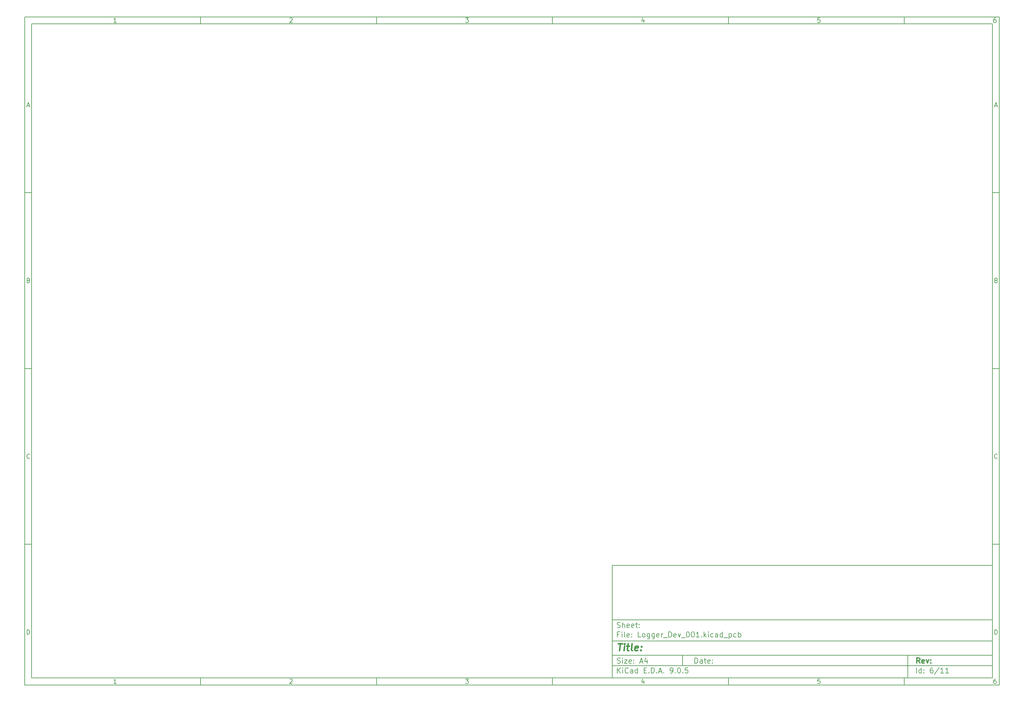
<source format=gbr>
%TF.GenerationSoftware,KiCad,Pcbnew,9.0.5*%
%TF.CreationDate,2025-12-06T02:43:12+13:00*%
%TF.ProjectId,Logger_Dev_001,4c6f6767-6572-45f4-9465-765f3030312e,rev?*%
%TF.SameCoordinates,Original*%
%TF.FileFunction,Paste,Bot*%
%TF.FilePolarity,Positive*%
%FSLAX46Y46*%
G04 Gerber Fmt 4.6, Leading zero omitted, Abs format (unit mm)*
G04 Created by KiCad (PCBNEW 9.0.5) date 2025-12-06 02:43:12*
%MOMM*%
%LPD*%
G01*
G04 APERTURE LIST*
%ADD10C,0.100000*%
%ADD11C,0.150000*%
%ADD12C,0.300000*%
%ADD13C,0.400000*%
G04 APERTURE END LIST*
D10*
D11*
X177002200Y-166007200D02*
X285002200Y-166007200D01*
X285002200Y-198007200D01*
X177002200Y-198007200D01*
X177002200Y-166007200D01*
D10*
D11*
X10000000Y-10000000D02*
X287002200Y-10000000D01*
X287002200Y-200007200D01*
X10000000Y-200007200D01*
X10000000Y-10000000D01*
D10*
D11*
X12000000Y-12000000D02*
X285002200Y-12000000D01*
X285002200Y-198007200D01*
X12000000Y-198007200D01*
X12000000Y-12000000D01*
D10*
D11*
X60000000Y-12000000D02*
X60000000Y-10000000D01*
D10*
D11*
X110000000Y-12000000D02*
X110000000Y-10000000D01*
D10*
D11*
X160000000Y-12000000D02*
X160000000Y-10000000D01*
D10*
D11*
X210000000Y-12000000D02*
X210000000Y-10000000D01*
D10*
D11*
X260000000Y-12000000D02*
X260000000Y-10000000D01*
D10*
D11*
X36089160Y-11593604D02*
X35346303Y-11593604D01*
X35717731Y-11593604D02*
X35717731Y-10293604D01*
X35717731Y-10293604D02*
X35593922Y-10479319D01*
X35593922Y-10479319D02*
X35470112Y-10603128D01*
X35470112Y-10603128D02*
X35346303Y-10665033D01*
D10*
D11*
X85346303Y-10417414D02*
X85408207Y-10355509D01*
X85408207Y-10355509D02*
X85532017Y-10293604D01*
X85532017Y-10293604D02*
X85841541Y-10293604D01*
X85841541Y-10293604D02*
X85965350Y-10355509D01*
X85965350Y-10355509D02*
X86027255Y-10417414D01*
X86027255Y-10417414D02*
X86089160Y-10541223D01*
X86089160Y-10541223D02*
X86089160Y-10665033D01*
X86089160Y-10665033D02*
X86027255Y-10850747D01*
X86027255Y-10850747D02*
X85284398Y-11593604D01*
X85284398Y-11593604D02*
X86089160Y-11593604D01*
D10*
D11*
X135284398Y-10293604D02*
X136089160Y-10293604D01*
X136089160Y-10293604D02*
X135655826Y-10788842D01*
X135655826Y-10788842D02*
X135841541Y-10788842D01*
X135841541Y-10788842D02*
X135965350Y-10850747D01*
X135965350Y-10850747D02*
X136027255Y-10912652D01*
X136027255Y-10912652D02*
X136089160Y-11036461D01*
X136089160Y-11036461D02*
X136089160Y-11345985D01*
X136089160Y-11345985D02*
X136027255Y-11469795D01*
X136027255Y-11469795D02*
X135965350Y-11531700D01*
X135965350Y-11531700D02*
X135841541Y-11593604D01*
X135841541Y-11593604D02*
X135470112Y-11593604D01*
X135470112Y-11593604D02*
X135346303Y-11531700D01*
X135346303Y-11531700D02*
X135284398Y-11469795D01*
D10*
D11*
X185965350Y-10726938D02*
X185965350Y-11593604D01*
X185655826Y-10231700D02*
X185346303Y-11160271D01*
X185346303Y-11160271D02*
X186151064Y-11160271D01*
D10*
D11*
X236027255Y-10293604D02*
X235408207Y-10293604D01*
X235408207Y-10293604D02*
X235346303Y-10912652D01*
X235346303Y-10912652D02*
X235408207Y-10850747D01*
X235408207Y-10850747D02*
X235532017Y-10788842D01*
X235532017Y-10788842D02*
X235841541Y-10788842D01*
X235841541Y-10788842D02*
X235965350Y-10850747D01*
X235965350Y-10850747D02*
X236027255Y-10912652D01*
X236027255Y-10912652D02*
X236089160Y-11036461D01*
X236089160Y-11036461D02*
X236089160Y-11345985D01*
X236089160Y-11345985D02*
X236027255Y-11469795D01*
X236027255Y-11469795D02*
X235965350Y-11531700D01*
X235965350Y-11531700D02*
X235841541Y-11593604D01*
X235841541Y-11593604D02*
X235532017Y-11593604D01*
X235532017Y-11593604D02*
X235408207Y-11531700D01*
X235408207Y-11531700D02*
X235346303Y-11469795D01*
D10*
D11*
X285965350Y-10293604D02*
X285717731Y-10293604D01*
X285717731Y-10293604D02*
X285593922Y-10355509D01*
X285593922Y-10355509D02*
X285532017Y-10417414D01*
X285532017Y-10417414D02*
X285408207Y-10603128D01*
X285408207Y-10603128D02*
X285346303Y-10850747D01*
X285346303Y-10850747D02*
X285346303Y-11345985D01*
X285346303Y-11345985D02*
X285408207Y-11469795D01*
X285408207Y-11469795D02*
X285470112Y-11531700D01*
X285470112Y-11531700D02*
X285593922Y-11593604D01*
X285593922Y-11593604D02*
X285841541Y-11593604D01*
X285841541Y-11593604D02*
X285965350Y-11531700D01*
X285965350Y-11531700D02*
X286027255Y-11469795D01*
X286027255Y-11469795D02*
X286089160Y-11345985D01*
X286089160Y-11345985D02*
X286089160Y-11036461D01*
X286089160Y-11036461D02*
X286027255Y-10912652D01*
X286027255Y-10912652D02*
X285965350Y-10850747D01*
X285965350Y-10850747D02*
X285841541Y-10788842D01*
X285841541Y-10788842D02*
X285593922Y-10788842D01*
X285593922Y-10788842D02*
X285470112Y-10850747D01*
X285470112Y-10850747D02*
X285408207Y-10912652D01*
X285408207Y-10912652D02*
X285346303Y-11036461D01*
D10*
D11*
X60000000Y-198007200D02*
X60000000Y-200007200D01*
D10*
D11*
X110000000Y-198007200D02*
X110000000Y-200007200D01*
D10*
D11*
X160000000Y-198007200D02*
X160000000Y-200007200D01*
D10*
D11*
X210000000Y-198007200D02*
X210000000Y-200007200D01*
D10*
D11*
X260000000Y-198007200D02*
X260000000Y-200007200D01*
D10*
D11*
X36089160Y-199600804D02*
X35346303Y-199600804D01*
X35717731Y-199600804D02*
X35717731Y-198300804D01*
X35717731Y-198300804D02*
X35593922Y-198486519D01*
X35593922Y-198486519D02*
X35470112Y-198610328D01*
X35470112Y-198610328D02*
X35346303Y-198672233D01*
D10*
D11*
X85346303Y-198424614D02*
X85408207Y-198362709D01*
X85408207Y-198362709D02*
X85532017Y-198300804D01*
X85532017Y-198300804D02*
X85841541Y-198300804D01*
X85841541Y-198300804D02*
X85965350Y-198362709D01*
X85965350Y-198362709D02*
X86027255Y-198424614D01*
X86027255Y-198424614D02*
X86089160Y-198548423D01*
X86089160Y-198548423D02*
X86089160Y-198672233D01*
X86089160Y-198672233D02*
X86027255Y-198857947D01*
X86027255Y-198857947D02*
X85284398Y-199600804D01*
X85284398Y-199600804D02*
X86089160Y-199600804D01*
D10*
D11*
X135284398Y-198300804D02*
X136089160Y-198300804D01*
X136089160Y-198300804D02*
X135655826Y-198796042D01*
X135655826Y-198796042D02*
X135841541Y-198796042D01*
X135841541Y-198796042D02*
X135965350Y-198857947D01*
X135965350Y-198857947D02*
X136027255Y-198919852D01*
X136027255Y-198919852D02*
X136089160Y-199043661D01*
X136089160Y-199043661D02*
X136089160Y-199353185D01*
X136089160Y-199353185D02*
X136027255Y-199476995D01*
X136027255Y-199476995D02*
X135965350Y-199538900D01*
X135965350Y-199538900D02*
X135841541Y-199600804D01*
X135841541Y-199600804D02*
X135470112Y-199600804D01*
X135470112Y-199600804D02*
X135346303Y-199538900D01*
X135346303Y-199538900D02*
X135284398Y-199476995D01*
D10*
D11*
X185965350Y-198734138D02*
X185965350Y-199600804D01*
X185655826Y-198238900D02*
X185346303Y-199167471D01*
X185346303Y-199167471D02*
X186151064Y-199167471D01*
D10*
D11*
X236027255Y-198300804D02*
X235408207Y-198300804D01*
X235408207Y-198300804D02*
X235346303Y-198919852D01*
X235346303Y-198919852D02*
X235408207Y-198857947D01*
X235408207Y-198857947D02*
X235532017Y-198796042D01*
X235532017Y-198796042D02*
X235841541Y-198796042D01*
X235841541Y-198796042D02*
X235965350Y-198857947D01*
X235965350Y-198857947D02*
X236027255Y-198919852D01*
X236027255Y-198919852D02*
X236089160Y-199043661D01*
X236089160Y-199043661D02*
X236089160Y-199353185D01*
X236089160Y-199353185D02*
X236027255Y-199476995D01*
X236027255Y-199476995D02*
X235965350Y-199538900D01*
X235965350Y-199538900D02*
X235841541Y-199600804D01*
X235841541Y-199600804D02*
X235532017Y-199600804D01*
X235532017Y-199600804D02*
X235408207Y-199538900D01*
X235408207Y-199538900D02*
X235346303Y-199476995D01*
D10*
D11*
X285965350Y-198300804D02*
X285717731Y-198300804D01*
X285717731Y-198300804D02*
X285593922Y-198362709D01*
X285593922Y-198362709D02*
X285532017Y-198424614D01*
X285532017Y-198424614D02*
X285408207Y-198610328D01*
X285408207Y-198610328D02*
X285346303Y-198857947D01*
X285346303Y-198857947D02*
X285346303Y-199353185D01*
X285346303Y-199353185D02*
X285408207Y-199476995D01*
X285408207Y-199476995D02*
X285470112Y-199538900D01*
X285470112Y-199538900D02*
X285593922Y-199600804D01*
X285593922Y-199600804D02*
X285841541Y-199600804D01*
X285841541Y-199600804D02*
X285965350Y-199538900D01*
X285965350Y-199538900D02*
X286027255Y-199476995D01*
X286027255Y-199476995D02*
X286089160Y-199353185D01*
X286089160Y-199353185D02*
X286089160Y-199043661D01*
X286089160Y-199043661D02*
X286027255Y-198919852D01*
X286027255Y-198919852D02*
X285965350Y-198857947D01*
X285965350Y-198857947D02*
X285841541Y-198796042D01*
X285841541Y-198796042D02*
X285593922Y-198796042D01*
X285593922Y-198796042D02*
X285470112Y-198857947D01*
X285470112Y-198857947D02*
X285408207Y-198919852D01*
X285408207Y-198919852D02*
X285346303Y-199043661D01*
D10*
D11*
X10000000Y-60000000D02*
X12000000Y-60000000D01*
D10*
D11*
X10000000Y-110000000D02*
X12000000Y-110000000D01*
D10*
D11*
X10000000Y-160000000D02*
X12000000Y-160000000D01*
D10*
D11*
X10690476Y-35222176D02*
X11309523Y-35222176D01*
X10566666Y-35593604D02*
X10999999Y-34293604D01*
X10999999Y-34293604D02*
X11433333Y-35593604D01*
D10*
D11*
X11092857Y-84912652D02*
X11278571Y-84974557D01*
X11278571Y-84974557D02*
X11340476Y-85036461D01*
X11340476Y-85036461D02*
X11402380Y-85160271D01*
X11402380Y-85160271D02*
X11402380Y-85345985D01*
X11402380Y-85345985D02*
X11340476Y-85469795D01*
X11340476Y-85469795D02*
X11278571Y-85531700D01*
X11278571Y-85531700D02*
X11154761Y-85593604D01*
X11154761Y-85593604D02*
X10659523Y-85593604D01*
X10659523Y-85593604D02*
X10659523Y-84293604D01*
X10659523Y-84293604D02*
X11092857Y-84293604D01*
X11092857Y-84293604D02*
X11216666Y-84355509D01*
X11216666Y-84355509D02*
X11278571Y-84417414D01*
X11278571Y-84417414D02*
X11340476Y-84541223D01*
X11340476Y-84541223D02*
X11340476Y-84665033D01*
X11340476Y-84665033D02*
X11278571Y-84788842D01*
X11278571Y-84788842D02*
X11216666Y-84850747D01*
X11216666Y-84850747D02*
X11092857Y-84912652D01*
X11092857Y-84912652D02*
X10659523Y-84912652D01*
D10*
D11*
X11402380Y-135469795D02*
X11340476Y-135531700D01*
X11340476Y-135531700D02*
X11154761Y-135593604D01*
X11154761Y-135593604D02*
X11030952Y-135593604D01*
X11030952Y-135593604D02*
X10845238Y-135531700D01*
X10845238Y-135531700D02*
X10721428Y-135407890D01*
X10721428Y-135407890D02*
X10659523Y-135284080D01*
X10659523Y-135284080D02*
X10597619Y-135036461D01*
X10597619Y-135036461D02*
X10597619Y-134850747D01*
X10597619Y-134850747D02*
X10659523Y-134603128D01*
X10659523Y-134603128D02*
X10721428Y-134479319D01*
X10721428Y-134479319D02*
X10845238Y-134355509D01*
X10845238Y-134355509D02*
X11030952Y-134293604D01*
X11030952Y-134293604D02*
X11154761Y-134293604D01*
X11154761Y-134293604D02*
X11340476Y-134355509D01*
X11340476Y-134355509D02*
X11402380Y-134417414D01*
D10*
D11*
X10659523Y-185593604D02*
X10659523Y-184293604D01*
X10659523Y-184293604D02*
X10969047Y-184293604D01*
X10969047Y-184293604D02*
X11154761Y-184355509D01*
X11154761Y-184355509D02*
X11278571Y-184479319D01*
X11278571Y-184479319D02*
X11340476Y-184603128D01*
X11340476Y-184603128D02*
X11402380Y-184850747D01*
X11402380Y-184850747D02*
X11402380Y-185036461D01*
X11402380Y-185036461D02*
X11340476Y-185284080D01*
X11340476Y-185284080D02*
X11278571Y-185407890D01*
X11278571Y-185407890D02*
X11154761Y-185531700D01*
X11154761Y-185531700D02*
X10969047Y-185593604D01*
X10969047Y-185593604D02*
X10659523Y-185593604D01*
D10*
D11*
X287002200Y-60000000D02*
X285002200Y-60000000D01*
D10*
D11*
X287002200Y-110000000D02*
X285002200Y-110000000D01*
D10*
D11*
X287002200Y-160000000D02*
X285002200Y-160000000D01*
D10*
D11*
X285692676Y-35222176D02*
X286311723Y-35222176D01*
X285568866Y-35593604D02*
X286002199Y-34293604D01*
X286002199Y-34293604D02*
X286435533Y-35593604D01*
D10*
D11*
X286095057Y-84912652D02*
X286280771Y-84974557D01*
X286280771Y-84974557D02*
X286342676Y-85036461D01*
X286342676Y-85036461D02*
X286404580Y-85160271D01*
X286404580Y-85160271D02*
X286404580Y-85345985D01*
X286404580Y-85345985D02*
X286342676Y-85469795D01*
X286342676Y-85469795D02*
X286280771Y-85531700D01*
X286280771Y-85531700D02*
X286156961Y-85593604D01*
X286156961Y-85593604D02*
X285661723Y-85593604D01*
X285661723Y-85593604D02*
X285661723Y-84293604D01*
X285661723Y-84293604D02*
X286095057Y-84293604D01*
X286095057Y-84293604D02*
X286218866Y-84355509D01*
X286218866Y-84355509D02*
X286280771Y-84417414D01*
X286280771Y-84417414D02*
X286342676Y-84541223D01*
X286342676Y-84541223D02*
X286342676Y-84665033D01*
X286342676Y-84665033D02*
X286280771Y-84788842D01*
X286280771Y-84788842D02*
X286218866Y-84850747D01*
X286218866Y-84850747D02*
X286095057Y-84912652D01*
X286095057Y-84912652D02*
X285661723Y-84912652D01*
D10*
D11*
X286404580Y-135469795D02*
X286342676Y-135531700D01*
X286342676Y-135531700D02*
X286156961Y-135593604D01*
X286156961Y-135593604D02*
X286033152Y-135593604D01*
X286033152Y-135593604D02*
X285847438Y-135531700D01*
X285847438Y-135531700D02*
X285723628Y-135407890D01*
X285723628Y-135407890D02*
X285661723Y-135284080D01*
X285661723Y-135284080D02*
X285599819Y-135036461D01*
X285599819Y-135036461D02*
X285599819Y-134850747D01*
X285599819Y-134850747D02*
X285661723Y-134603128D01*
X285661723Y-134603128D02*
X285723628Y-134479319D01*
X285723628Y-134479319D02*
X285847438Y-134355509D01*
X285847438Y-134355509D02*
X286033152Y-134293604D01*
X286033152Y-134293604D02*
X286156961Y-134293604D01*
X286156961Y-134293604D02*
X286342676Y-134355509D01*
X286342676Y-134355509D02*
X286404580Y-134417414D01*
D10*
D11*
X285661723Y-185593604D02*
X285661723Y-184293604D01*
X285661723Y-184293604D02*
X285971247Y-184293604D01*
X285971247Y-184293604D02*
X286156961Y-184355509D01*
X286156961Y-184355509D02*
X286280771Y-184479319D01*
X286280771Y-184479319D02*
X286342676Y-184603128D01*
X286342676Y-184603128D02*
X286404580Y-184850747D01*
X286404580Y-184850747D02*
X286404580Y-185036461D01*
X286404580Y-185036461D02*
X286342676Y-185284080D01*
X286342676Y-185284080D02*
X286280771Y-185407890D01*
X286280771Y-185407890D02*
X286156961Y-185531700D01*
X286156961Y-185531700D02*
X285971247Y-185593604D01*
X285971247Y-185593604D02*
X285661723Y-185593604D01*
D10*
D11*
X200458026Y-193793328D02*
X200458026Y-192293328D01*
X200458026Y-192293328D02*
X200815169Y-192293328D01*
X200815169Y-192293328D02*
X201029455Y-192364757D01*
X201029455Y-192364757D02*
X201172312Y-192507614D01*
X201172312Y-192507614D02*
X201243741Y-192650471D01*
X201243741Y-192650471D02*
X201315169Y-192936185D01*
X201315169Y-192936185D02*
X201315169Y-193150471D01*
X201315169Y-193150471D02*
X201243741Y-193436185D01*
X201243741Y-193436185D02*
X201172312Y-193579042D01*
X201172312Y-193579042D02*
X201029455Y-193721900D01*
X201029455Y-193721900D02*
X200815169Y-193793328D01*
X200815169Y-193793328D02*
X200458026Y-193793328D01*
X202600884Y-193793328D02*
X202600884Y-193007614D01*
X202600884Y-193007614D02*
X202529455Y-192864757D01*
X202529455Y-192864757D02*
X202386598Y-192793328D01*
X202386598Y-192793328D02*
X202100884Y-192793328D01*
X202100884Y-192793328D02*
X201958026Y-192864757D01*
X202600884Y-193721900D02*
X202458026Y-193793328D01*
X202458026Y-193793328D02*
X202100884Y-193793328D01*
X202100884Y-193793328D02*
X201958026Y-193721900D01*
X201958026Y-193721900D02*
X201886598Y-193579042D01*
X201886598Y-193579042D02*
X201886598Y-193436185D01*
X201886598Y-193436185D02*
X201958026Y-193293328D01*
X201958026Y-193293328D02*
X202100884Y-193221900D01*
X202100884Y-193221900D02*
X202458026Y-193221900D01*
X202458026Y-193221900D02*
X202600884Y-193150471D01*
X203100884Y-192793328D02*
X203672312Y-192793328D01*
X203315169Y-192293328D02*
X203315169Y-193579042D01*
X203315169Y-193579042D02*
X203386598Y-193721900D01*
X203386598Y-193721900D02*
X203529455Y-193793328D01*
X203529455Y-193793328D02*
X203672312Y-193793328D01*
X204743741Y-193721900D02*
X204600884Y-193793328D01*
X204600884Y-193793328D02*
X204315170Y-193793328D01*
X204315170Y-193793328D02*
X204172312Y-193721900D01*
X204172312Y-193721900D02*
X204100884Y-193579042D01*
X204100884Y-193579042D02*
X204100884Y-193007614D01*
X204100884Y-193007614D02*
X204172312Y-192864757D01*
X204172312Y-192864757D02*
X204315170Y-192793328D01*
X204315170Y-192793328D02*
X204600884Y-192793328D01*
X204600884Y-192793328D02*
X204743741Y-192864757D01*
X204743741Y-192864757D02*
X204815170Y-193007614D01*
X204815170Y-193007614D02*
X204815170Y-193150471D01*
X204815170Y-193150471D02*
X204100884Y-193293328D01*
X205458026Y-193650471D02*
X205529455Y-193721900D01*
X205529455Y-193721900D02*
X205458026Y-193793328D01*
X205458026Y-193793328D02*
X205386598Y-193721900D01*
X205386598Y-193721900D02*
X205458026Y-193650471D01*
X205458026Y-193650471D02*
X205458026Y-193793328D01*
X205458026Y-192864757D02*
X205529455Y-192936185D01*
X205529455Y-192936185D02*
X205458026Y-193007614D01*
X205458026Y-193007614D02*
X205386598Y-192936185D01*
X205386598Y-192936185D02*
X205458026Y-192864757D01*
X205458026Y-192864757D02*
X205458026Y-193007614D01*
D10*
D11*
X177002200Y-194507200D02*
X285002200Y-194507200D01*
D10*
D11*
X178458026Y-196593328D02*
X178458026Y-195093328D01*
X179315169Y-196593328D02*
X178672312Y-195736185D01*
X179315169Y-195093328D02*
X178458026Y-195950471D01*
X179958026Y-196593328D02*
X179958026Y-195593328D01*
X179958026Y-195093328D02*
X179886598Y-195164757D01*
X179886598Y-195164757D02*
X179958026Y-195236185D01*
X179958026Y-195236185D02*
X180029455Y-195164757D01*
X180029455Y-195164757D02*
X179958026Y-195093328D01*
X179958026Y-195093328D02*
X179958026Y-195236185D01*
X181529455Y-196450471D02*
X181458027Y-196521900D01*
X181458027Y-196521900D02*
X181243741Y-196593328D01*
X181243741Y-196593328D02*
X181100884Y-196593328D01*
X181100884Y-196593328D02*
X180886598Y-196521900D01*
X180886598Y-196521900D02*
X180743741Y-196379042D01*
X180743741Y-196379042D02*
X180672312Y-196236185D01*
X180672312Y-196236185D02*
X180600884Y-195950471D01*
X180600884Y-195950471D02*
X180600884Y-195736185D01*
X180600884Y-195736185D02*
X180672312Y-195450471D01*
X180672312Y-195450471D02*
X180743741Y-195307614D01*
X180743741Y-195307614D02*
X180886598Y-195164757D01*
X180886598Y-195164757D02*
X181100884Y-195093328D01*
X181100884Y-195093328D02*
X181243741Y-195093328D01*
X181243741Y-195093328D02*
X181458027Y-195164757D01*
X181458027Y-195164757D02*
X181529455Y-195236185D01*
X182815170Y-196593328D02*
X182815170Y-195807614D01*
X182815170Y-195807614D02*
X182743741Y-195664757D01*
X182743741Y-195664757D02*
X182600884Y-195593328D01*
X182600884Y-195593328D02*
X182315170Y-195593328D01*
X182315170Y-195593328D02*
X182172312Y-195664757D01*
X182815170Y-196521900D02*
X182672312Y-196593328D01*
X182672312Y-196593328D02*
X182315170Y-196593328D01*
X182315170Y-196593328D02*
X182172312Y-196521900D01*
X182172312Y-196521900D02*
X182100884Y-196379042D01*
X182100884Y-196379042D02*
X182100884Y-196236185D01*
X182100884Y-196236185D02*
X182172312Y-196093328D01*
X182172312Y-196093328D02*
X182315170Y-196021900D01*
X182315170Y-196021900D02*
X182672312Y-196021900D01*
X182672312Y-196021900D02*
X182815170Y-195950471D01*
X184172313Y-196593328D02*
X184172313Y-195093328D01*
X184172313Y-196521900D02*
X184029455Y-196593328D01*
X184029455Y-196593328D02*
X183743741Y-196593328D01*
X183743741Y-196593328D02*
X183600884Y-196521900D01*
X183600884Y-196521900D02*
X183529455Y-196450471D01*
X183529455Y-196450471D02*
X183458027Y-196307614D01*
X183458027Y-196307614D02*
X183458027Y-195879042D01*
X183458027Y-195879042D02*
X183529455Y-195736185D01*
X183529455Y-195736185D02*
X183600884Y-195664757D01*
X183600884Y-195664757D02*
X183743741Y-195593328D01*
X183743741Y-195593328D02*
X184029455Y-195593328D01*
X184029455Y-195593328D02*
X184172313Y-195664757D01*
X186029455Y-195807614D02*
X186529455Y-195807614D01*
X186743741Y-196593328D02*
X186029455Y-196593328D01*
X186029455Y-196593328D02*
X186029455Y-195093328D01*
X186029455Y-195093328D02*
X186743741Y-195093328D01*
X187386598Y-196450471D02*
X187458027Y-196521900D01*
X187458027Y-196521900D02*
X187386598Y-196593328D01*
X187386598Y-196593328D02*
X187315170Y-196521900D01*
X187315170Y-196521900D02*
X187386598Y-196450471D01*
X187386598Y-196450471D02*
X187386598Y-196593328D01*
X188100884Y-196593328D02*
X188100884Y-195093328D01*
X188100884Y-195093328D02*
X188458027Y-195093328D01*
X188458027Y-195093328D02*
X188672313Y-195164757D01*
X188672313Y-195164757D02*
X188815170Y-195307614D01*
X188815170Y-195307614D02*
X188886599Y-195450471D01*
X188886599Y-195450471D02*
X188958027Y-195736185D01*
X188958027Y-195736185D02*
X188958027Y-195950471D01*
X188958027Y-195950471D02*
X188886599Y-196236185D01*
X188886599Y-196236185D02*
X188815170Y-196379042D01*
X188815170Y-196379042D02*
X188672313Y-196521900D01*
X188672313Y-196521900D02*
X188458027Y-196593328D01*
X188458027Y-196593328D02*
X188100884Y-196593328D01*
X189600884Y-196450471D02*
X189672313Y-196521900D01*
X189672313Y-196521900D02*
X189600884Y-196593328D01*
X189600884Y-196593328D02*
X189529456Y-196521900D01*
X189529456Y-196521900D02*
X189600884Y-196450471D01*
X189600884Y-196450471D02*
X189600884Y-196593328D01*
X190243742Y-196164757D02*
X190958028Y-196164757D01*
X190100885Y-196593328D02*
X190600885Y-195093328D01*
X190600885Y-195093328D02*
X191100885Y-196593328D01*
X191600884Y-196450471D02*
X191672313Y-196521900D01*
X191672313Y-196521900D02*
X191600884Y-196593328D01*
X191600884Y-196593328D02*
X191529456Y-196521900D01*
X191529456Y-196521900D02*
X191600884Y-196450471D01*
X191600884Y-196450471D02*
X191600884Y-196593328D01*
X193529456Y-196593328D02*
X193815170Y-196593328D01*
X193815170Y-196593328D02*
X193958027Y-196521900D01*
X193958027Y-196521900D02*
X194029456Y-196450471D01*
X194029456Y-196450471D02*
X194172313Y-196236185D01*
X194172313Y-196236185D02*
X194243742Y-195950471D01*
X194243742Y-195950471D02*
X194243742Y-195379042D01*
X194243742Y-195379042D02*
X194172313Y-195236185D01*
X194172313Y-195236185D02*
X194100885Y-195164757D01*
X194100885Y-195164757D02*
X193958027Y-195093328D01*
X193958027Y-195093328D02*
X193672313Y-195093328D01*
X193672313Y-195093328D02*
X193529456Y-195164757D01*
X193529456Y-195164757D02*
X193458027Y-195236185D01*
X193458027Y-195236185D02*
X193386599Y-195379042D01*
X193386599Y-195379042D02*
X193386599Y-195736185D01*
X193386599Y-195736185D02*
X193458027Y-195879042D01*
X193458027Y-195879042D02*
X193529456Y-195950471D01*
X193529456Y-195950471D02*
X193672313Y-196021900D01*
X193672313Y-196021900D02*
X193958027Y-196021900D01*
X193958027Y-196021900D02*
X194100885Y-195950471D01*
X194100885Y-195950471D02*
X194172313Y-195879042D01*
X194172313Y-195879042D02*
X194243742Y-195736185D01*
X194886598Y-196450471D02*
X194958027Y-196521900D01*
X194958027Y-196521900D02*
X194886598Y-196593328D01*
X194886598Y-196593328D02*
X194815170Y-196521900D01*
X194815170Y-196521900D02*
X194886598Y-196450471D01*
X194886598Y-196450471D02*
X194886598Y-196593328D01*
X195886599Y-195093328D02*
X196029456Y-195093328D01*
X196029456Y-195093328D02*
X196172313Y-195164757D01*
X196172313Y-195164757D02*
X196243742Y-195236185D01*
X196243742Y-195236185D02*
X196315170Y-195379042D01*
X196315170Y-195379042D02*
X196386599Y-195664757D01*
X196386599Y-195664757D02*
X196386599Y-196021900D01*
X196386599Y-196021900D02*
X196315170Y-196307614D01*
X196315170Y-196307614D02*
X196243742Y-196450471D01*
X196243742Y-196450471D02*
X196172313Y-196521900D01*
X196172313Y-196521900D02*
X196029456Y-196593328D01*
X196029456Y-196593328D02*
X195886599Y-196593328D01*
X195886599Y-196593328D02*
X195743742Y-196521900D01*
X195743742Y-196521900D02*
X195672313Y-196450471D01*
X195672313Y-196450471D02*
X195600884Y-196307614D01*
X195600884Y-196307614D02*
X195529456Y-196021900D01*
X195529456Y-196021900D02*
X195529456Y-195664757D01*
X195529456Y-195664757D02*
X195600884Y-195379042D01*
X195600884Y-195379042D02*
X195672313Y-195236185D01*
X195672313Y-195236185D02*
X195743742Y-195164757D01*
X195743742Y-195164757D02*
X195886599Y-195093328D01*
X197029455Y-196450471D02*
X197100884Y-196521900D01*
X197100884Y-196521900D02*
X197029455Y-196593328D01*
X197029455Y-196593328D02*
X196958027Y-196521900D01*
X196958027Y-196521900D02*
X197029455Y-196450471D01*
X197029455Y-196450471D02*
X197029455Y-196593328D01*
X198458027Y-195093328D02*
X197743741Y-195093328D01*
X197743741Y-195093328D02*
X197672313Y-195807614D01*
X197672313Y-195807614D02*
X197743741Y-195736185D01*
X197743741Y-195736185D02*
X197886599Y-195664757D01*
X197886599Y-195664757D02*
X198243741Y-195664757D01*
X198243741Y-195664757D02*
X198386599Y-195736185D01*
X198386599Y-195736185D02*
X198458027Y-195807614D01*
X198458027Y-195807614D02*
X198529456Y-195950471D01*
X198529456Y-195950471D02*
X198529456Y-196307614D01*
X198529456Y-196307614D02*
X198458027Y-196450471D01*
X198458027Y-196450471D02*
X198386599Y-196521900D01*
X198386599Y-196521900D02*
X198243741Y-196593328D01*
X198243741Y-196593328D02*
X197886599Y-196593328D01*
X197886599Y-196593328D02*
X197743741Y-196521900D01*
X197743741Y-196521900D02*
X197672313Y-196450471D01*
D10*
D11*
X177002200Y-191507200D02*
X285002200Y-191507200D01*
D10*
D12*
X264413853Y-193785528D02*
X263913853Y-193071242D01*
X263556710Y-193785528D02*
X263556710Y-192285528D01*
X263556710Y-192285528D02*
X264128139Y-192285528D01*
X264128139Y-192285528D02*
X264270996Y-192356957D01*
X264270996Y-192356957D02*
X264342425Y-192428385D01*
X264342425Y-192428385D02*
X264413853Y-192571242D01*
X264413853Y-192571242D02*
X264413853Y-192785528D01*
X264413853Y-192785528D02*
X264342425Y-192928385D01*
X264342425Y-192928385D02*
X264270996Y-192999814D01*
X264270996Y-192999814D02*
X264128139Y-193071242D01*
X264128139Y-193071242D02*
X263556710Y-193071242D01*
X265628139Y-193714100D02*
X265485282Y-193785528D01*
X265485282Y-193785528D02*
X265199568Y-193785528D01*
X265199568Y-193785528D02*
X265056710Y-193714100D01*
X265056710Y-193714100D02*
X264985282Y-193571242D01*
X264985282Y-193571242D02*
X264985282Y-192999814D01*
X264985282Y-192999814D02*
X265056710Y-192856957D01*
X265056710Y-192856957D02*
X265199568Y-192785528D01*
X265199568Y-192785528D02*
X265485282Y-192785528D01*
X265485282Y-192785528D02*
X265628139Y-192856957D01*
X265628139Y-192856957D02*
X265699568Y-192999814D01*
X265699568Y-192999814D02*
X265699568Y-193142671D01*
X265699568Y-193142671D02*
X264985282Y-193285528D01*
X266199567Y-192785528D02*
X266556710Y-193785528D01*
X266556710Y-193785528D02*
X266913853Y-192785528D01*
X267485281Y-193642671D02*
X267556710Y-193714100D01*
X267556710Y-193714100D02*
X267485281Y-193785528D01*
X267485281Y-193785528D02*
X267413853Y-193714100D01*
X267413853Y-193714100D02*
X267485281Y-193642671D01*
X267485281Y-193642671D02*
X267485281Y-193785528D01*
X267485281Y-192856957D02*
X267556710Y-192928385D01*
X267556710Y-192928385D02*
X267485281Y-192999814D01*
X267485281Y-192999814D02*
X267413853Y-192928385D01*
X267413853Y-192928385D02*
X267485281Y-192856957D01*
X267485281Y-192856957D02*
X267485281Y-192999814D01*
D10*
D11*
X178386598Y-193721900D02*
X178600884Y-193793328D01*
X178600884Y-193793328D02*
X178958026Y-193793328D01*
X178958026Y-193793328D02*
X179100884Y-193721900D01*
X179100884Y-193721900D02*
X179172312Y-193650471D01*
X179172312Y-193650471D02*
X179243741Y-193507614D01*
X179243741Y-193507614D02*
X179243741Y-193364757D01*
X179243741Y-193364757D02*
X179172312Y-193221900D01*
X179172312Y-193221900D02*
X179100884Y-193150471D01*
X179100884Y-193150471D02*
X178958026Y-193079042D01*
X178958026Y-193079042D02*
X178672312Y-193007614D01*
X178672312Y-193007614D02*
X178529455Y-192936185D01*
X178529455Y-192936185D02*
X178458026Y-192864757D01*
X178458026Y-192864757D02*
X178386598Y-192721900D01*
X178386598Y-192721900D02*
X178386598Y-192579042D01*
X178386598Y-192579042D02*
X178458026Y-192436185D01*
X178458026Y-192436185D02*
X178529455Y-192364757D01*
X178529455Y-192364757D02*
X178672312Y-192293328D01*
X178672312Y-192293328D02*
X179029455Y-192293328D01*
X179029455Y-192293328D02*
X179243741Y-192364757D01*
X179886597Y-193793328D02*
X179886597Y-192793328D01*
X179886597Y-192293328D02*
X179815169Y-192364757D01*
X179815169Y-192364757D02*
X179886597Y-192436185D01*
X179886597Y-192436185D02*
X179958026Y-192364757D01*
X179958026Y-192364757D02*
X179886597Y-192293328D01*
X179886597Y-192293328D02*
X179886597Y-192436185D01*
X180458026Y-192793328D02*
X181243741Y-192793328D01*
X181243741Y-192793328D02*
X180458026Y-193793328D01*
X180458026Y-193793328D02*
X181243741Y-193793328D01*
X182386598Y-193721900D02*
X182243741Y-193793328D01*
X182243741Y-193793328D02*
X181958027Y-193793328D01*
X181958027Y-193793328D02*
X181815169Y-193721900D01*
X181815169Y-193721900D02*
X181743741Y-193579042D01*
X181743741Y-193579042D02*
X181743741Y-193007614D01*
X181743741Y-193007614D02*
X181815169Y-192864757D01*
X181815169Y-192864757D02*
X181958027Y-192793328D01*
X181958027Y-192793328D02*
X182243741Y-192793328D01*
X182243741Y-192793328D02*
X182386598Y-192864757D01*
X182386598Y-192864757D02*
X182458027Y-193007614D01*
X182458027Y-193007614D02*
X182458027Y-193150471D01*
X182458027Y-193150471D02*
X181743741Y-193293328D01*
X183100883Y-193650471D02*
X183172312Y-193721900D01*
X183172312Y-193721900D02*
X183100883Y-193793328D01*
X183100883Y-193793328D02*
X183029455Y-193721900D01*
X183029455Y-193721900D02*
X183100883Y-193650471D01*
X183100883Y-193650471D02*
X183100883Y-193793328D01*
X183100883Y-192864757D02*
X183172312Y-192936185D01*
X183172312Y-192936185D02*
X183100883Y-193007614D01*
X183100883Y-193007614D02*
X183029455Y-192936185D01*
X183029455Y-192936185D02*
X183100883Y-192864757D01*
X183100883Y-192864757D02*
X183100883Y-193007614D01*
X184886598Y-193364757D02*
X185600884Y-193364757D01*
X184743741Y-193793328D02*
X185243741Y-192293328D01*
X185243741Y-192293328D02*
X185743741Y-193793328D01*
X186886598Y-192793328D02*
X186886598Y-193793328D01*
X186529455Y-192221900D02*
X186172312Y-193293328D01*
X186172312Y-193293328D02*
X187100883Y-193293328D01*
D10*
D11*
X263458026Y-196593328D02*
X263458026Y-195093328D01*
X264815170Y-196593328D02*
X264815170Y-195093328D01*
X264815170Y-196521900D02*
X264672312Y-196593328D01*
X264672312Y-196593328D02*
X264386598Y-196593328D01*
X264386598Y-196593328D02*
X264243741Y-196521900D01*
X264243741Y-196521900D02*
X264172312Y-196450471D01*
X264172312Y-196450471D02*
X264100884Y-196307614D01*
X264100884Y-196307614D02*
X264100884Y-195879042D01*
X264100884Y-195879042D02*
X264172312Y-195736185D01*
X264172312Y-195736185D02*
X264243741Y-195664757D01*
X264243741Y-195664757D02*
X264386598Y-195593328D01*
X264386598Y-195593328D02*
X264672312Y-195593328D01*
X264672312Y-195593328D02*
X264815170Y-195664757D01*
X265529455Y-196450471D02*
X265600884Y-196521900D01*
X265600884Y-196521900D02*
X265529455Y-196593328D01*
X265529455Y-196593328D02*
X265458027Y-196521900D01*
X265458027Y-196521900D02*
X265529455Y-196450471D01*
X265529455Y-196450471D02*
X265529455Y-196593328D01*
X265529455Y-195664757D02*
X265600884Y-195736185D01*
X265600884Y-195736185D02*
X265529455Y-195807614D01*
X265529455Y-195807614D02*
X265458027Y-195736185D01*
X265458027Y-195736185D02*
X265529455Y-195664757D01*
X265529455Y-195664757D02*
X265529455Y-195807614D01*
X268029456Y-195093328D02*
X267743741Y-195093328D01*
X267743741Y-195093328D02*
X267600884Y-195164757D01*
X267600884Y-195164757D02*
X267529456Y-195236185D01*
X267529456Y-195236185D02*
X267386598Y-195450471D01*
X267386598Y-195450471D02*
X267315170Y-195736185D01*
X267315170Y-195736185D02*
X267315170Y-196307614D01*
X267315170Y-196307614D02*
X267386598Y-196450471D01*
X267386598Y-196450471D02*
X267458027Y-196521900D01*
X267458027Y-196521900D02*
X267600884Y-196593328D01*
X267600884Y-196593328D02*
X267886598Y-196593328D01*
X267886598Y-196593328D02*
X268029456Y-196521900D01*
X268029456Y-196521900D02*
X268100884Y-196450471D01*
X268100884Y-196450471D02*
X268172313Y-196307614D01*
X268172313Y-196307614D02*
X268172313Y-195950471D01*
X268172313Y-195950471D02*
X268100884Y-195807614D01*
X268100884Y-195807614D02*
X268029456Y-195736185D01*
X268029456Y-195736185D02*
X267886598Y-195664757D01*
X267886598Y-195664757D02*
X267600884Y-195664757D01*
X267600884Y-195664757D02*
X267458027Y-195736185D01*
X267458027Y-195736185D02*
X267386598Y-195807614D01*
X267386598Y-195807614D02*
X267315170Y-195950471D01*
X269886598Y-195021900D02*
X268600884Y-196950471D01*
X271172313Y-196593328D02*
X270315170Y-196593328D01*
X270743741Y-196593328D02*
X270743741Y-195093328D01*
X270743741Y-195093328D02*
X270600884Y-195307614D01*
X270600884Y-195307614D02*
X270458027Y-195450471D01*
X270458027Y-195450471D02*
X270315170Y-195521900D01*
X272600884Y-196593328D02*
X271743741Y-196593328D01*
X272172312Y-196593328D02*
X272172312Y-195093328D01*
X272172312Y-195093328D02*
X272029455Y-195307614D01*
X272029455Y-195307614D02*
X271886598Y-195450471D01*
X271886598Y-195450471D02*
X271743741Y-195521900D01*
D10*
D11*
X177002200Y-187507200D02*
X285002200Y-187507200D01*
D10*
D13*
X178693928Y-188211638D02*
X179836785Y-188211638D01*
X179015357Y-190211638D02*
X179265357Y-188211638D01*
X180253452Y-190211638D02*
X180420119Y-188878304D01*
X180503452Y-188211638D02*
X180396309Y-188306876D01*
X180396309Y-188306876D02*
X180479643Y-188402114D01*
X180479643Y-188402114D02*
X180586786Y-188306876D01*
X180586786Y-188306876D02*
X180503452Y-188211638D01*
X180503452Y-188211638D02*
X180479643Y-188402114D01*
X181086786Y-188878304D02*
X181848690Y-188878304D01*
X181455833Y-188211638D02*
X181241548Y-189925923D01*
X181241548Y-189925923D02*
X181312976Y-190116400D01*
X181312976Y-190116400D02*
X181491548Y-190211638D01*
X181491548Y-190211638D02*
X181682024Y-190211638D01*
X182634405Y-190211638D02*
X182455833Y-190116400D01*
X182455833Y-190116400D02*
X182384405Y-189925923D01*
X182384405Y-189925923D02*
X182598690Y-188211638D01*
X184170119Y-190116400D02*
X183967738Y-190211638D01*
X183967738Y-190211638D02*
X183586785Y-190211638D01*
X183586785Y-190211638D02*
X183408214Y-190116400D01*
X183408214Y-190116400D02*
X183336785Y-189925923D01*
X183336785Y-189925923D02*
X183432024Y-189164019D01*
X183432024Y-189164019D02*
X183551071Y-188973542D01*
X183551071Y-188973542D02*
X183753452Y-188878304D01*
X183753452Y-188878304D02*
X184134404Y-188878304D01*
X184134404Y-188878304D02*
X184312976Y-188973542D01*
X184312976Y-188973542D02*
X184384404Y-189164019D01*
X184384404Y-189164019D02*
X184360595Y-189354495D01*
X184360595Y-189354495D02*
X183384404Y-189544971D01*
X185134405Y-190021161D02*
X185217738Y-190116400D01*
X185217738Y-190116400D02*
X185110595Y-190211638D01*
X185110595Y-190211638D02*
X185027262Y-190116400D01*
X185027262Y-190116400D02*
X185134405Y-190021161D01*
X185134405Y-190021161D02*
X185110595Y-190211638D01*
X185265357Y-188973542D02*
X185348690Y-189068780D01*
X185348690Y-189068780D02*
X185241548Y-189164019D01*
X185241548Y-189164019D02*
X185158214Y-189068780D01*
X185158214Y-189068780D02*
X185265357Y-188973542D01*
X185265357Y-188973542D02*
X185241548Y-189164019D01*
D10*
D11*
X178958026Y-185607614D02*
X178458026Y-185607614D01*
X178458026Y-186393328D02*
X178458026Y-184893328D01*
X178458026Y-184893328D02*
X179172312Y-184893328D01*
X179743740Y-186393328D02*
X179743740Y-185393328D01*
X179743740Y-184893328D02*
X179672312Y-184964757D01*
X179672312Y-184964757D02*
X179743740Y-185036185D01*
X179743740Y-185036185D02*
X179815169Y-184964757D01*
X179815169Y-184964757D02*
X179743740Y-184893328D01*
X179743740Y-184893328D02*
X179743740Y-185036185D01*
X180672312Y-186393328D02*
X180529455Y-186321900D01*
X180529455Y-186321900D02*
X180458026Y-186179042D01*
X180458026Y-186179042D02*
X180458026Y-184893328D01*
X181815169Y-186321900D02*
X181672312Y-186393328D01*
X181672312Y-186393328D02*
X181386598Y-186393328D01*
X181386598Y-186393328D02*
X181243740Y-186321900D01*
X181243740Y-186321900D02*
X181172312Y-186179042D01*
X181172312Y-186179042D02*
X181172312Y-185607614D01*
X181172312Y-185607614D02*
X181243740Y-185464757D01*
X181243740Y-185464757D02*
X181386598Y-185393328D01*
X181386598Y-185393328D02*
X181672312Y-185393328D01*
X181672312Y-185393328D02*
X181815169Y-185464757D01*
X181815169Y-185464757D02*
X181886598Y-185607614D01*
X181886598Y-185607614D02*
X181886598Y-185750471D01*
X181886598Y-185750471D02*
X181172312Y-185893328D01*
X182529454Y-186250471D02*
X182600883Y-186321900D01*
X182600883Y-186321900D02*
X182529454Y-186393328D01*
X182529454Y-186393328D02*
X182458026Y-186321900D01*
X182458026Y-186321900D02*
X182529454Y-186250471D01*
X182529454Y-186250471D02*
X182529454Y-186393328D01*
X182529454Y-185464757D02*
X182600883Y-185536185D01*
X182600883Y-185536185D02*
X182529454Y-185607614D01*
X182529454Y-185607614D02*
X182458026Y-185536185D01*
X182458026Y-185536185D02*
X182529454Y-185464757D01*
X182529454Y-185464757D02*
X182529454Y-185607614D01*
X185100883Y-186393328D02*
X184386597Y-186393328D01*
X184386597Y-186393328D02*
X184386597Y-184893328D01*
X185815169Y-186393328D02*
X185672312Y-186321900D01*
X185672312Y-186321900D02*
X185600883Y-186250471D01*
X185600883Y-186250471D02*
X185529455Y-186107614D01*
X185529455Y-186107614D02*
X185529455Y-185679042D01*
X185529455Y-185679042D02*
X185600883Y-185536185D01*
X185600883Y-185536185D02*
X185672312Y-185464757D01*
X185672312Y-185464757D02*
X185815169Y-185393328D01*
X185815169Y-185393328D02*
X186029455Y-185393328D01*
X186029455Y-185393328D02*
X186172312Y-185464757D01*
X186172312Y-185464757D02*
X186243741Y-185536185D01*
X186243741Y-185536185D02*
X186315169Y-185679042D01*
X186315169Y-185679042D02*
X186315169Y-186107614D01*
X186315169Y-186107614D02*
X186243741Y-186250471D01*
X186243741Y-186250471D02*
X186172312Y-186321900D01*
X186172312Y-186321900D02*
X186029455Y-186393328D01*
X186029455Y-186393328D02*
X185815169Y-186393328D01*
X187600884Y-185393328D02*
X187600884Y-186607614D01*
X187600884Y-186607614D02*
X187529455Y-186750471D01*
X187529455Y-186750471D02*
X187458026Y-186821900D01*
X187458026Y-186821900D02*
X187315169Y-186893328D01*
X187315169Y-186893328D02*
X187100884Y-186893328D01*
X187100884Y-186893328D02*
X186958026Y-186821900D01*
X187600884Y-186321900D02*
X187458026Y-186393328D01*
X187458026Y-186393328D02*
X187172312Y-186393328D01*
X187172312Y-186393328D02*
X187029455Y-186321900D01*
X187029455Y-186321900D02*
X186958026Y-186250471D01*
X186958026Y-186250471D02*
X186886598Y-186107614D01*
X186886598Y-186107614D02*
X186886598Y-185679042D01*
X186886598Y-185679042D02*
X186958026Y-185536185D01*
X186958026Y-185536185D02*
X187029455Y-185464757D01*
X187029455Y-185464757D02*
X187172312Y-185393328D01*
X187172312Y-185393328D02*
X187458026Y-185393328D01*
X187458026Y-185393328D02*
X187600884Y-185464757D01*
X188958027Y-185393328D02*
X188958027Y-186607614D01*
X188958027Y-186607614D02*
X188886598Y-186750471D01*
X188886598Y-186750471D02*
X188815169Y-186821900D01*
X188815169Y-186821900D02*
X188672312Y-186893328D01*
X188672312Y-186893328D02*
X188458027Y-186893328D01*
X188458027Y-186893328D02*
X188315169Y-186821900D01*
X188958027Y-186321900D02*
X188815169Y-186393328D01*
X188815169Y-186393328D02*
X188529455Y-186393328D01*
X188529455Y-186393328D02*
X188386598Y-186321900D01*
X188386598Y-186321900D02*
X188315169Y-186250471D01*
X188315169Y-186250471D02*
X188243741Y-186107614D01*
X188243741Y-186107614D02*
X188243741Y-185679042D01*
X188243741Y-185679042D02*
X188315169Y-185536185D01*
X188315169Y-185536185D02*
X188386598Y-185464757D01*
X188386598Y-185464757D02*
X188529455Y-185393328D01*
X188529455Y-185393328D02*
X188815169Y-185393328D01*
X188815169Y-185393328D02*
X188958027Y-185464757D01*
X190243741Y-186321900D02*
X190100884Y-186393328D01*
X190100884Y-186393328D02*
X189815170Y-186393328D01*
X189815170Y-186393328D02*
X189672312Y-186321900D01*
X189672312Y-186321900D02*
X189600884Y-186179042D01*
X189600884Y-186179042D02*
X189600884Y-185607614D01*
X189600884Y-185607614D02*
X189672312Y-185464757D01*
X189672312Y-185464757D02*
X189815170Y-185393328D01*
X189815170Y-185393328D02*
X190100884Y-185393328D01*
X190100884Y-185393328D02*
X190243741Y-185464757D01*
X190243741Y-185464757D02*
X190315170Y-185607614D01*
X190315170Y-185607614D02*
X190315170Y-185750471D01*
X190315170Y-185750471D02*
X189600884Y-185893328D01*
X190958026Y-186393328D02*
X190958026Y-185393328D01*
X190958026Y-185679042D02*
X191029455Y-185536185D01*
X191029455Y-185536185D02*
X191100884Y-185464757D01*
X191100884Y-185464757D02*
X191243741Y-185393328D01*
X191243741Y-185393328D02*
X191386598Y-185393328D01*
X191529455Y-186536185D02*
X192672312Y-186536185D01*
X193029454Y-186393328D02*
X193029454Y-184893328D01*
X193029454Y-184893328D02*
X193386597Y-184893328D01*
X193386597Y-184893328D02*
X193600883Y-184964757D01*
X193600883Y-184964757D02*
X193743740Y-185107614D01*
X193743740Y-185107614D02*
X193815169Y-185250471D01*
X193815169Y-185250471D02*
X193886597Y-185536185D01*
X193886597Y-185536185D02*
X193886597Y-185750471D01*
X193886597Y-185750471D02*
X193815169Y-186036185D01*
X193815169Y-186036185D02*
X193743740Y-186179042D01*
X193743740Y-186179042D02*
X193600883Y-186321900D01*
X193600883Y-186321900D02*
X193386597Y-186393328D01*
X193386597Y-186393328D02*
X193029454Y-186393328D01*
X195100883Y-186321900D02*
X194958026Y-186393328D01*
X194958026Y-186393328D02*
X194672312Y-186393328D01*
X194672312Y-186393328D02*
X194529454Y-186321900D01*
X194529454Y-186321900D02*
X194458026Y-186179042D01*
X194458026Y-186179042D02*
X194458026Y-185607614D01*
X194458026Y-185607614D02*
X194529454Y-185464757D01*
X194529454Y-185464757D02*
X194672312Y-185393328D01*
X194672312Y-185393328D02*
X194958026Y-185393328D01*
X194958026Y-185393328D02*
X195100883Y-185464757D01*
X195100883Y-185464757D02*
X195172312Y-185607614D01*
X195172312Y-185607614D02*
X195172312Y-185750471D01*
X195172312Y-185750471D02*
X194458026Y-185893328D01*
X195672311Y-185393328D02*
X196029454Y-186393328D01*
X196029454Y-186393328D02*
X196386597Y-185393328D01*
X196600883Y-186536185D02*
X197743740Y-186536185D01*
X198386597Y-184893328D02*
X198529454Y-184893328D01*
X198529454Y-184893328D02*
X198672311Y-184964757D01*
X198672311Y-184964757D02*
X198743740Y-185036185D01*
X198743740Y-185036185D02*
X198815168Y-185179042D01*
X198815168Y-185179042D02*
X198886597Y-185464757D01*
X198886597Y-185464757D02*
X198886597Y-185821900D01*
X198886597Y-185821900D02*
X198815168Y-186107614D01*
X198815168Y-186107614D02*
X198743740Y-186250471D01*
X198743740Y-186250471D02*
X198672311Y-186321900D01*
X198672311Y-186321900D02*
X198529454Y-186393328D01*
X198529454Y-186393328D02*
X198386597Y-186393328D01*
X198386597Y-186393328D02*
X198243740Y-186321900D01*
X198243740Y-186321900D02*
X198172311Y-186250471D01*
X198172311Y-186250471D02*
X198100882Y-186107614D01*
X198100882Y-186107614D02*
X198029454Y-185821900D01*
X198029454Y-185821900D02*
X198029454Y-185464757D01*
X198029454Y-185464757D02*
X198100882Y-185179042D01*
X198100882Y-185179042D02*
X198172311Y-185036185D01*
X198172311Y-185036185D02*
X198243740Y-184964757D01*
X198243740Y-184964757D02*
X198386597Y-184893328D01*
X199815168Y-184893328D02*
X199958025Y-184893328D01*
X199958025Y-184893328D02*
X200100882Y-184964757D01*
X200100882Y-184964757D02*
X200172311Y-185036185D01*
X200172311Y-185036185D02*
X200243739Y-185179042D01*
X200243739Y-185179042D02*
X200315168Y-185464757D01*
X200315168Y-185464757D02*
X200315168Y-185821900D01*
X200315168Y-185821900D02*
X200243739Y-186107614D01*
X200243739Y-186107614D02*
X200172311Y-186250471D01*
X200172311Y-186250471D02*
X200100882Y-186321900D01*
X200100882Y-186321900D02*
X199958025Y-186393328D01*
X199958025Y-186393328D02*
X199815168Y-186393328D01*
X199815168Y-186393328D02*
X199672311Y-186321900D01*
X199672311Y-186321900D02*
X199600882Y-186250471D01*
X199600882Y-186250471D02*
X199529453Y-186107614D01*
X199529453Y-186107614D02*
X199458025Y-185821900D01*
X199458025Y-185821900D02*
X199458025Y-185464757D01*
X199458025Y-185464757D02*
X199529453Y-185179042D01*
X199529453Y-185179042D02*
X199600882Y-185036185D01*
X199600882Y-185036185D02*
X199672311Y-184964757D01*
X199672311Y-184964757D02*
X199815168Y-184893328D01*
X201743739Y-186393328D02*
X200886596Y-186393328D01*
X201315167Y-186393328D02*
X201315167Y-184893328D01*
X201315167Y-184893328D02*
X201172310Y-185107614D01*
X201172310Y-185107614D02*
X201029453Y-185250471D01*
X201029453Y-185250471D02*
X200886596Y-185321900D01*
X202386595Y-186250471D02*
X202458024Y-186321900D01*
X202458024Y-186321900D02*
X202386595Y-186393328D01*
X202386595Y-186393328D02*
X202315167Y-186321900D01*
X202315167Y-186321900D02*
X202386595Y-186250471D01*
X202386595Y-186250471D02*
X202386595Y-186393328D01*
X203100881Y-186393328D02*
X203100881Y-184893328D01*
X203243739Y-185821900D02*
X203672310Y-186393328D01*
X203672310Y-185393328D02*
X203100881Y-185964757D01*
X204315167Y-186393328D02*
X204315167Y-185393328D01*
X204315167Y-184893328D02*
X204243739Y-184964757D01*
X204243739Y-184964757D02*
X204315167Y-185036185D01*
X204315167Y-185036185D02*
X204386596Y-184964757D01*
X204386596Y-184964757D02*
X204315167Y-184893328D01*
X204315167Y-184893328D02*
X204315167Y-185036185D01*
X205672311Y-186321900D02*
X205529453Y-186393328D01*
X205529453Y-186393328D02*
X205243739Y-186393328D01*
X205243739Y-186393328D02*
X205100882Y-186321900D01*
X205100882Y-186321900D02*
X205029453Y-186250471D01*
X205029453Y-186250471D02*
X204958025Y-186107614D01*
X204958025Y-186107614D02*
X204958025Y-185679042D01*
X204958025Y-185679042D02*
X205029453Y-185536185D01*
X205029453Y-185536185D02*
X205100882Y-185464757D01*
X205100882Y-185464757D02*
X205243739Y-185393328D01*
X205243739Y-185393328D02*
X205529453Y-185393328D01*
X205529453Y-185393328D02*
X205672311Y-185464757D01*
X206958025Y-186393328D02*
X206958025Y-185607614D01*
X206958025Y-185607614D02*
X206886596Y-185464757D01*
X206886596Y-185464757D02*
X206743739Y-185393328D01*
X206743739Y-185393328D02*
X206458025Y-185393328D01*
X206458025Y-185393328D02*
X206315167Y-185464757D01*
X206958025Y-186321900D02*
X206815167Y-186393328D01*
X206815167Y-186393328D02*
X206458025Y-186393328D01*
X206458025Y-186393328D02*
X206315167Y-186321900D01*
X206315167Y-186321900D02*
X206243739Y-186179042D01*
X206243739Y-186179042D02*
X206243739Y-186036185D01*
X206243739Y-186036185D02*
X206315167Y-185893328D01*
X206315167Y-185893328D02*
X206458025Y-185821900D01*
X206458025Y-185821900D02*
X206815167Y-185821900D01*
X206815167Y-185821900D02*
X206958025Y-185750471D01*
X208315168Y-186393328D02*
X208315168Y-184893328D01*
X208315168Y-186321900D02*
X208172310Y-186393328D01*
X208172310Y-186393328D02*
X207886596Y-186393328D01*
X207886596Y-186393328D02*
X207743739Y-186321900D01*
X207743739Y-186321900D02*
X207672310Y-186250471D01*
X207672310Y-186250471D02*
X207600882Y-186107614D01*
X207600882Y-186107614D02*
X207600882Y-185679042D01*
X207600882Y-185679042D02*
X207672310Y-185536185D01*
X207672310Y-185536185D02*
X207743739Y-185464757D01*
X207743739Y-185464757D02*
X207886596Y-185393328D01*
X207886596Y-185393328D02*
X208172310Y-185393328D01*
X208172310Y-185393328D02*
X208315168Y-185464757D01*
X208672311Y-186536185D02*
X209815168Y-186536185D01*
X210172310Y-185393328D02*
X210172310Y-186893328D01*
X210172310Y-185464757D02*
X210315168Y-185393328D01*
X210315168Y-185393328D02*
X210600882Y-185393328D01*
X210600882Y-185393328D02*
X210743739Y-185464757D01*
X210743739Y-185464757D02*
X210815168Y-185536185D01*
X210815168Y-185536185D02*
X210886596Y-185679042D01*
X210886596Y-185679042D02*
X210886596Y-186107614D01*
X210886596Y-186107614D02*
X210815168Y-186250471D01*
X210815168Y-186250471D02*
X210743739Y-186321900D01*
X210743739Y-186321900D02*
X210600882Y-186393328D01*
X210600882Y-186393328D02*
X210315168Y-186393328D01*
X210315168Y-186393328D02*
X210172310Y-186321900D01*
X212172311Y-186321900D02*
X212029453Y-186393328D01*
X212029453Y-186393328D02*
X211743739Y-186393328D01*
X211743739Y-186393328D02*
X211600882Y-186321900D01*
X211600882Y-186321900D02*
X211529453Y-186250471D01*
X211529453Y-186250471D02*
X211458025Y-186107614D01*
X211458025Y-186107614D02*
X211458025Y-185679042D01*
X211458025Y-185679042D02*
X211529453Y-185536185D01*
X211529453Y-185536185D02*
X211600882Y-185464757D01*
X211600882Y-185464757D02*
X211743739Y-185393328D01*
X211743739Y-185393328D02*
X212029453Y-185393328D01*
X212029453Y-185393328D02*
X212172311Y-185464757D01*
X212815167Y-186393328D02*
X212815167Y-184893328D01*
X212815167Y-185464757D02*
X212958025Y-185393328D01*
X212958025Y-185393328D02*
X213243739Y-185393328D01*
X213243739Y-185393328D02*
X213386596Y-185464757D01*
X213386596Y-185464757D02*
X213458025Y-185536185D01*
X213458025Y-185536185D02*
X213529453Y-185679042D01*
X213529453Y-185679042D02*
X213529453Y-186107614D01*
X213529453Y-186107614D02*
X213458025Y-186250471D01*
X213458025Y-186250471D02*
X213386596Y-186321900D01*
X213386596Y-186321900D02*
X213243739Y-186393328D01*
X213243739Y-186393328D02*
X212958025Y-186393328D01*
X212958025Y-186393328D02*
X212815167Y-186321900D01*
D10*
D11*
X177002200Y-181507200D02*
X285002200Y-181507200D01*
D10*
D11*
X178386598Y-183621900D02*
X178600884Y-183693328D01*
X178600884Y-183693328D02*
X178958026Y-183693328D01*
X178958026Y-183693328D02*
X179100884Y-183621900D01*
X179100884Y-183621900D02*
X179172312Y-183550471D01*
X179172312Y-183550471D02*
X179243741Y-183407614D01*
X179243741Y-183407614D02*
X179243741Y-183264757D01*
X179243741Y-183264757D02*
X179172312Y-183121900D01*
X179172312Y-183121900D02*
X179100884Y-183050471D01*
X179100884Y-183050471D02*
X178958026Y-182979042D01*
X178958026Y-182979042D02*
X178672312Y-182907614D01*
X178672312Y-182907614D02*
X178529455Y-182836185D01*
X178529455Y-182836185D02*
X178458026Y-182764757D01*
X178458026Y-182764757D02*
X178386598Y-182621900D01*
X178386598Y-182621900D02*
X178386598Y-182479042D01*
X178386598Y-182479042D02*
X178458026Y-182336185D01*
X178458026Y-182336185D02*
X178529455Y-182264757D01*
X178529455Y-182264757D02*
X178672312Y-182193328D01*
X178672312Y-182193328D02*
X179029455Y-182193328D01*
X179029455Y-182193328D02*
X179243741Y-182264757D01*
X179886597Y-183693328D02*
X179886597Y-182193328D01*
X180529455Y-183693328D02*
X180529455Y-182907614D01*
X180529455Y-182907614D02*
X180458026Y-182764757D01*
X180458026Y-182764757D02*
X180315169Y-182693328D01*
X180315169Y-182693328D02*
X180100883Y-182693328D01*
X180100883Y-182693328D02*
X179958026Y-182764757D01*
X179958026Y-182764757D02*
X179886597Y-182836185D01*
X181815169Y-183621900D02*
X181672312Y-183693328D01*
X181672312Y-183693328D02*
X181386598Y-183693328D01*
X181386598Y-183693328D02*
X181243740Y-183621900D01*
X181243740Y-183621900D02*
X181172312Y-183479042D01*
X181172312Y-183479042D02*
X181172312Y-182907614D01*
X181172312Y-182907614D02*
X181243740Y-182764757D01*
X181243740Y-182764757D02*
X181386598Y-182693328D01*
X181386598Y-182693328D02*
X181672312Y-182693328D01*
X181672312Y-182693328D02*
X181815169Y-182764757D01*
X181815169Y-182764757D02*
X181886598Y-182907614D01*
X181886598Y-182907614D02*
X181886598Y-183050471D01*
X181886598Y-183050471D02*
X181172312Y-183193328D01*
X183100883Y-183621900D02*
X182958026Y-183693328D01*
X182958026Y-183693328D02*
X182672312Y-183693328D01*
X182672312Y-183693328D02*
X182529454Y-183621900D01*
X182529454Y-183621900D02*
X182458026Y-183479042D01*
X182458026Y-183479042D02*
X182458026Y-182907614D01*
X182458026Y-182907614D02*
X182529454Y-182764757D01*
X182529454Y-182764757D02*
X182672312Y-182693328D01*
X182672312Y-182693328D02*
X182958026Y-182693328D01*
X182958026Y-182693328D02*
X183100883Y-182764757D01*
X183100883Y-182764757D02*
X183172312Y-182907614D01*
X183172312Y-182907614D02*
X183172312Y-183050471D01*
X183172312Y-183050471D02*
X182458026Y-183193328D01*
X183600883Y-182693328D02*
X184172311Y-182693328D01*
X183815168Y-182193328D02*
X183815168Y-183479042D01*
X183815168Y-183479042D02*
X183886597Y-183621900D01*
X183886597Y-183621900D02*
X184029454Y-183693328D01*
X184029454Y-183693328D02*
X184172311Y-183693328D01*
X184672311Y-183550471D02*
X184743740Y-183621900D01*
X184743740Y-183621900D02*
X184672311Y-183693328D01*
X184672311Y-183693328D02*
X184600883Y-183621900D01*
X184600883Y-183621900D02*
X184672311Y-183550471D01*
X184672311Y-183550471D02*
X184672311Y-183693328D01*
X184672311Y-182764757D02*
X184743740Y-182836185D01*
X184743740Y-182836185D02*
X184672311Y-182907614D01*
X184672311Y-182907614D02*
X184600883Y-182836185D01*
X184600883Y-182836185D02*
X184672311Y-182764757D01*
X184672311Y-182764757D02*
X184672311Y-182907614D01*
D10*
D11*
X197002200Y-191507200D02*
X197002200Y-194507200D01*
D10*
D11*
X261002200Y-191507200D02*
X261002200Y-198007200D01*
M02*

</source>
